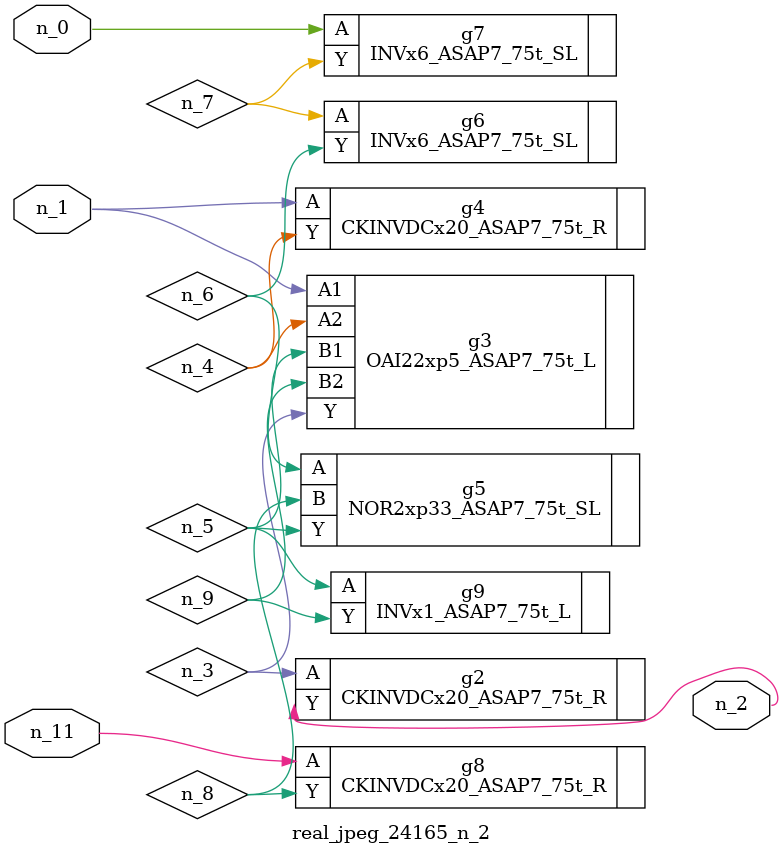
<source format=v>
module real_jpeg_24165_n_2 (n_1, n_11, n_0, n_2);

input n_1;
input n_11;
input n_0;

output n_2;

wire n_5;
wire n_4;
wire n_8;
wire n_6;
wire n_7;
wire n_3;
wire n_9;

INVx6_ASAP7_75t_SL g7 ( 
.A(n_0),
.Y(n_7)
);

OAI22xp5_ASAP7_75t_L g3 ( 
.A1(n_1),
.A2(n_4),
.B1(n_5),
.B2(n_9),
.Y(n_3)
);

CKINVDCx20_ASAP7_75t_R g4 ( 
.A(n_1),
.Y(n_4)
);

CKINVDCx20_ASAP7_75t_R g2 ( 
.A(n_3),
.Y(n_2)
);

INVx1_ASAP7_75t_L g9 ( 
.A(n_5),
.Y(n_9)
);

NOR2xp33_ASAP7_75t_SL g5 ( 
.A(n_6),
.B(n_8),
.Y(n_5)
);

INVx6_ASAP7_75t_SL g6 ( 
.A(n_7),
.Y(n_6)
);

CKINVDCx20_ASAP7_75t_R g8 ( 
.A(n_11),
.Y(n_8)
);


endmodule
</source>
